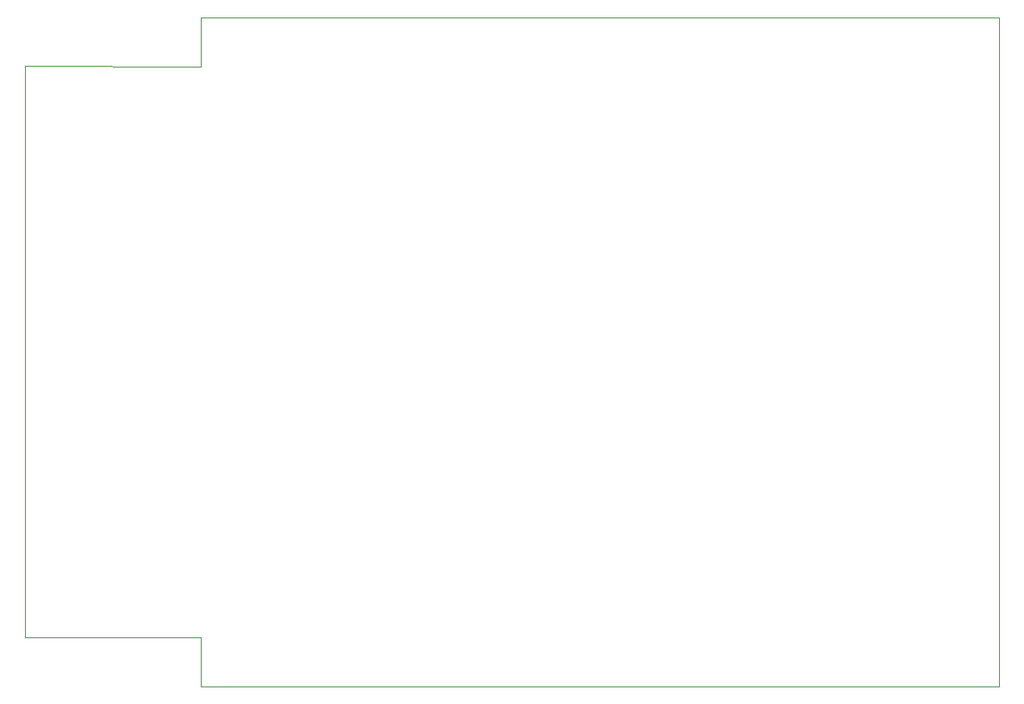
<source format=gm1>
G04 #@! TF.GenerationSoftware,KiCad,Pcbnew,8.0.9-8.0.9-0~ubuntu22.04.1*
G04 #@! TF.CreationDate,2025-06-10T23:15:17+02:00*
G04 #@! TF.ProjectId,comixino,636f6d69-7869-46e6-9f2e-6b696361645f,rev?*
G04 #@! TF.SameCoordinates,Original*
G04 #@! TF.FileFunction,Profile,NP*
%FSLAX46Y46*%
G04 Gerber Fmt 4.6, Leading zero omitted, Abs format (unit mm)*
G04 Created by KiCad (PCBNEW 8.0.9-8.0.9-0~ubuntu22.04.1) date 2025-06-10 23:15:17*
%MOMM*%
%LPD*%
G01*
G04 APERTURE LIST*
G04 #@! TA.AperFunction,Profile*
%ADD10C,0.100000*%
G04 #@! TD*
G04 APERTURE END LIST*
D10*
X64178201Y-119303896D02*
X75600000Y-119303896D01*
X82050000Y-124300000D02*
X163178201Y-124293321D01*
X82050000Y-119300000D02*
X82050000Y-124300000D01*
X82050000Y-61244712D02*
X82050000Y-56255287D01*
X64178201Y-61239496D02*
X82050000Y-61244712D01*
X163178201Y-56250071D02*
X163178201Y-119303896D01*
X64178201Y-61239496D02*
X64178201Y-119303896D01*
X82050000Y-56255287D02*
X163178201Y-56250071D01*
X163178201Y-124293321D02*
X163178201Y-119303896D01*
X75600000Y-119303896D02*
X82050000Y-119300000D01*
M02*

</source>
